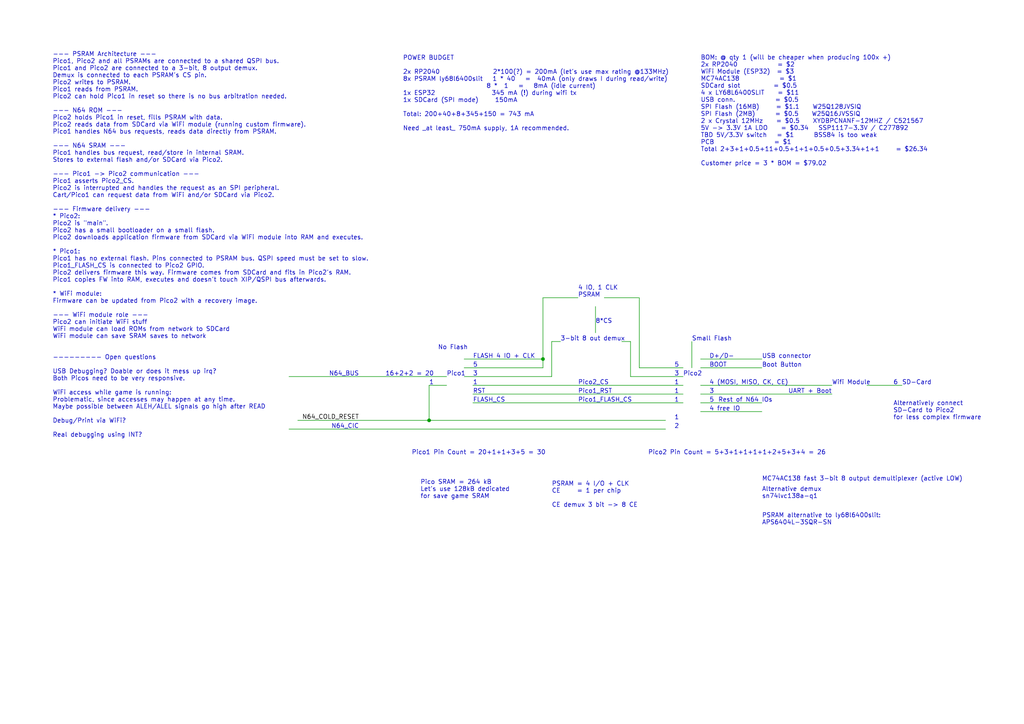
<source format=kicad_sch>
(kicad_sch (version 20211123) (generator eeschema)
  (paper "A4")
  (lib_symbols
    (symbol "Connector:Micro_SD_Card_Det" (pin_names (offset 1.016))
      (property "Reference" "J" (at -16.51 17.78 0))
      (property "Value" "Micro_SD_Card_Det" (at 16.51 17.78 0))
      (symbol "Micro_SD_Card_Det_0_1"
        (rectangle (start -7.62 -6.985) (end -5.08 -8.255) (fill (type outline)))
        (rectangle (start -7.62 -4.445) (end -5.08 -5.715) (fill (type outline)))
        (rectangle (start -7.62 -1.905) (end -5.08 -3.175) (fill (type outline)))
        (rectangle (start -7.62 0.635) (end -5.08 -0.635) (fill (type outline)))
        (rectangle (start -7.62 3.175) (end -5.08 1.905) (fill (type outline)))
        (rectangle (start -7.62 5.715) (end -5.08 4.445) (fill (type outline)))
        (rectangle (start -7.62 8.255) (end -5.08 6.985) (fill (type outline)))
        (rectangle (start -7.62 10.795) (end -5.08 9.525) (fill (type outline)))
        (polyline (pts (xy 16.51 15.24) (xy 16.51 16.51) (xy -19.05 16.51) (xy -19.05 -16.51) (xy 16.51 -16.51) (xy 16.51 -8.89)) (stroke (width 0.254)))
        (polyline (pts (xy -8.89 -8.89) (xy -8.89 11.43) (xy -1.27 11.43) (xy 2.54 15.24) (xy 3.81 15.24) (xy 3.81 13.97) (xy 6.35 13.97) (xy 7.62 15.24) (xy 20.32 15.24) (xy 20.32 -8.89) (xy -8.89 -8.89)) (stroke (width 0.254)) (fill (type background)))
      )
      (symbol "Micro_SD_Card_Det_1_1"
        (pin bidirectional line (at -22.86 10.16 0) (length 3.81) (name "DAT2") (number "1"))
        (pin passive line (at -22.86 -10.16 0) (length 3.81) (name "DET_A") (number "10"))
        (pin passive line (at 20.32 -12.7 180) (length 3.81) (name "SHIELD") (number "11"))
        (pin bidirectional line (at -22.86 7.62 0) (length 3.81) (name "DAT3/CD") (number "2"))
        (pin input line (at -22.86 5.08 0) (length 3.81) (name "CMD") (number "3"))
        (pin power_in line (at -22.86 2.54 0) (length 3.81) (name "VDD") (number "4"))
        (pin input line (at -22.86 0 0) (length 3.81) (name "CLK") (number "5"))
        (pin power_in line (at -22.86 -2.54 0) (length 3.81) (name "VSS") (number "6"))
        (pin bidirectional line (at -22.86 -5.08 0) (length 3.81) (name "DAT0") (number "7"))
        (pin bidirectional line (at -22.86 -7.62 0) (length 3.81) (name "DAT1") (number "8"))
        (pin passive line (at -22.86 -12.7 0) (length 3.81) (name "DET_B") (number "9"))
      )
    )
    (symbol "Connector_Generic:Conn_01x05" (pin_names (offset 1.016) hide)
      (property "Reference" "J" (at 0 7.62 0))
      (property "Value" "Conn_01x05" (at 0 -7.62 0))
      (symbol "Conn_01x05_1_1"
        (rectangle (start -1.27 -4.953) (end 0 -5.207) (stroke (width 0.1524)))
        (rectangle (start -1.27 -2.413) (end 0 -2.667) (stroke (width 0.1524)))
        (rectangle (start -1.27 0.127) (end 0 -0.127) (stroke (width 0.1524)))
        (rectangle (start -1.27 2.667) (end 0 2.413) (stroke (width 0.1524)))
        (rectangle (start -1.27 5.207) (end 0 4.953) (stroke (width 0.1524)))
        (rectangle (start -1.27 6.35) (end 1.27 -6.35) (stroke (width 0.254)) (fill (type background)))
        (pin passive line (at -5.08 5.08 0) (length 3.81) (name "Pin_1") (number "1"))
        (pin passive line (at -5.08 2.54 0) (length 3.81) (name "Pin_2") (number "2"))
        (pin passive line (at -5.08 0 0) (length 3.81) (name "Pin_3") (number "3"))
        (pin passive line (at -5.08 -2.54 0) (length 3.81) (name "Pin_4") (number "4"))
        (pin passive line (at -5.08 -5.08 0) (length 3.81) (name "Pin_5") (number "5"))
      )
    )
    (symbol "Connector_Generic:Conn_02x06_Odd_Even" (pin_names (offset 1.016) hide)
      (property "Reference" "J" (at 1.27 7.62 0))
      (property "Value" "Conn_02x06_Odd_Even" (at 1.27 -10.16 0))
      (symbol "Conn_02x06_Odd_Even_1_1"
        (rectangle (start -1.27 -7.493) (end 0 -7.747) (stroke (width 0.1524)))
        (rectangle (start -1.27 -4.953) (end 0 -5.207) (stroke (width 0.1524)))
        (rectangle (start -1.27 -2.413) (end 0 -2.667) (stroke (width 0.1524)))
        (rectangle (start -1.27 0.127) (end 0 -0.127) (stroke (width 0.1524)))
        (rectangle (start -1.27 2.667) (end 0 2.413) (stroke (width 0.1524)))
        (rectangle (start -1.27 5.207) (end 0 4.953) (stroke (width 0.1524)))
        (rectangle (start -1.27 6.35) (end 3.81 -8.89) (stroke (width 0.254)) (fill (type background)))
        (rectangle (start 3.81 -7.493) (end 2.54 -7.747) (stroke (width 0.1524)))
        (rectangle (start 3.81 -4.953) (end 2.54 -5.207) (stroke (width 0.1524)))
        (rectangle (start 3.81 -2.413) (end 2.54 -2.667) (stroke (width 0.1524)))
        (rectangle (start 3.81 0.127) (end 2.54 -0.127) (stroke (width 0.1524)))
        (rectangle (start 3.81 2.667) (end 2.54 2.413) (stroke (width 0.1524)))
        (rectangle (start 3.81 5.207) (end 2.54 4.953) (stroke (width 0.1524)))
        (pin passive line (at -5.08 5.08 0) (length 3.81) (name "Pin_1") (number "1"))
        (pin passive line (at 7.62 -5.08 180) (length 3.81) (name "Pin_10") (number "10"))
        (pin passive line (at -5.08 -7.62 0) (length 3.81) (name "Pin_11") (number "11"))
        (pin passive line (at 7.62 -7.62 180) (length 3.81) (name "Pin_12") (number "12"))
        (pin passive line (at 7.62 5.08 180) (length 3.81) (name "Pin_2") (number "2"))
        (pin passive line (at -5.08 2.54 0) (length 3.81) (name "Pin_3") (number "3"))
        (pin passive line (at 7.62 2.54 180) (length 3.81) (name "Pin_4") (number "4"))
        (pin passive line (at -5.08 0 0) (length 3.81) (name "Pin_5") (number "5"))
        (pin passive line (at 7.62 0 180) (length 3.81) (name "Pin_6") (number "6"))
        (pin passive line (at -5.08 -2.54 0) (length 3.81) (name "Pin_7") (number "7"))
        (pin passive line (at 7.62 -2.54 180) (length 3.81) (name "Pin_8") (number "8"))
        (pin passive line (at -5.08 -5.08 0) (length 3.81) (name "Pin_9") (number "9"))
      )
    )
    (symbol "Jumper:SolderJumper_2_Open" (pin_names (offset 0) hide)
      (property "Reference" "JP" (at 0 2.032 0))
      (property "Value" "SolderJumper_2_Open" (at 0 -2.54 0))
      (symbol "SolderJumper_2_Open_0_1"
        (arc (start -0.254 1.016) (mid -1.27 0) (end -0.254 -1.016))
        (arc (start -0.254 1.016) (mid -1.27 0) (end -0.254 -1.016) (fill (type outline)))
        (polyline (pts (xy -0.254 1.016) (xy -0.254 -1.016)))
        (polyline (pts (xy 0.254 1.016) (xy 0.254 -1.016)))
        (arc (start 0.254 -1.016) (mid 1.27 0) (end 0.254 1.016))
        (arc (start 0.254 -1.016) (mid 1.27 0) (end 0.254 1.016) (fill (type outline)))
      )
      (symbol "SolderJumper_2_Open_1_1"
        (pin passive line (at -3.81 0 0) (length 2.54) (name "A") (number "1"))
        (pin passive line (at 3.81 0 180) (length 2.54) (name "B") (number "2"))
      )
    )
    (symbol "RP2040_Stamp:RP2040_Stamp"
      (property "Reference" "U" (at 10.16 43.18 0))
      (property "Value" "RP2040_Stamp" (at 0 -38.1 0))
      (symbol "RP2040_Stamp_0_0"
        (text "IN" (at -4.445 39.37 0) (effects (font (size 1.27 1.27)) (justify left)))
        (text "OUT" (at -4.445 36.83 0) (effects (font (size 1.27 1.27)) (justify left)))
        (pin bidirectional line (at 12.7 39.37 180) (length 2.54) (name "GPIO0") (number "1"))
        (pin bidirectional line (at 12.7 16.51 180) (length 2.54) (name "GPIO9") (number "10"))
        (pin bidirectional line (at 12.7 13.97 180) (length 2.54) (name "GPIO10") (number "11"))
        (pin bidirectional line (at 12.7 11.43 180) (length 2.54) (name "GPIO11") (number "12"))
        (pin bidirectional line (at 12.7 8.89 180) (length 2.54) (name "GPIO12") (number "13"))
        (pin bidirectional line (at 12.7 6.35 180) (length 2.54) (name "GPIO13") (number "14"))
        (pin bidirectional line (at 12.7 3.81 180) (length 2.54) (name "GPIO14") (number "15"))
        (pin bidirectional line (at 12.7 1.27 180) (length 2.54) (name "GPIO15") (number "16"))
        (pin bidirectional line (at 12.7 -1.27 180) (length 2.54) (name "GPIO16") (number "17"))
        (pin bidirectional line (at 12.7 -3.81 180) (length 2.54) (name "GPIO17") (number "18"))
        (pin bidirectional line (at 12.7 -6.35 180) (length 2.54) (name "GPIO18") (number "19"))
        (pin bidirectional line (at 12.7 36.83 180) (length 2.54) (name "GPIO1") (number "2"))
        (pin bidirectional line (at 12.7 -8.89 180) (length 2.54) (name "GPIO19") (number "20"))
        (pin bidirectional line (at 12.7 -11.43 180) (length 2.54) (name "GPIO20") (number "21"))
        (pin bidirectional line (at 12.7 -13.97 180) (length 2.54) (name "GPIO21") (number "22"))
        (pin bidirectional line (at 12.7 -16.51 180) (length 2.54) (name "GPIO22") (number "23"))
        (pin bidirectional line (at 12.7 -19.05 180) (length 2.54) (name "GPIO23") (number "24"))
        (pin bidirectional line (at 12.7 -21.59 180) (length 2.54) (name "GPIO24") (number "25"))
        (pin bidirectional line (at 12.7 -24.13 180) (length 2.54) (name "GPIO25") (number "26"))
        (pin bidirectional line (at 12.7 -26.67 180) (length 2.54) (name "GPIO26") (number "27"))
        (pin bidirectional line (at 12.7 -29.21 180) (length 2.54) (name "GPIO27") (number "28"))
        (pin bidirectional line (at 12.7 -31.75 180) (length 2.54) (name "GPIO28") (number "29"))
        (pin bidirectional line (at 12.7 34.29 180) (length 2.54) (name "GPIO2") (number "3"))
        (pin bidirectional line (at 12.7 -34.29 180) (length 2.54) (name "GPIO29") (number "30"))
        (pin power_in line (at -12.7 -34.29 0) (length 2.54) (name "GND") (number "31"))
        (pin power_in line (at -12.7 34.29 0) (length 2.54) (name "VBAT") (number "32"))
        (pin power_in line (at -12.7 39.37 0) (length 2.54) (name "5V") (number "33"))
        (pin power_out line (at -12.7 36.83 0) (length 2.54) (name "3.3V") (number "34"))
        (pin bidirectional line (at -12.7 19.05 0) (length 2.54) (name "USB_D-") (number "35"))
        (pin bidirectional line (at -12.7 16.51 0) (length 2.54) (name "USB_D+") (number "36"))
        (pin bidirectional line (at -12.7 11.43 0) (length 2.54) (name "SWDIO") (number "37"))
        (pin input line (at -12.7 8.89 0) (length 2.54) (name "SWCLK") (number "38"))
        (pin bidirectional line (at -12.7 24.13 0) (length 2.54) (name "~{RESET}") (number "39"))
        (pin bidirectional line (at 12.7 31.75 180) (length 2.54) (name "GPIO3") (number "4"))
        (pin input line (at -12.7 29.21 0) (length 2.54) (name "BOOTSEL") (number "40"))
        (pin bidirectional line (at 12.7 29.21 180) (length 2.54) (name "GPIO4") (number "5"))
        (pin bidirectional line (at 12.7 26.67 180) (length 2.54) (name "GPIO5") (number "6"))
        (pin bidirectional line (at 12.7 24.13 180) (length 2.54) (name "GPIO6") (number "7"))
        (pin bidirectional line (at 12.7 21.59 180) (length 2.54) (name "GPIO7") (number "8"))
        (pin bidirectional line (at 12.7 19.05 180) (length 2.54) (name "GPIO8") (number "9"))
      )
      (symbol "RP2040_Stamp_0_1"
        (rectangle (start -10.16 41.91) (end 10.16 -36.83) (stroke (width 0.1524)) (fill (type background)))
      )
    )
    (symbol "Switch:SW_Push" (pin_numbers hide) (pin_names (offset 1.016) hide)
      (property "Reference" "SW" (at 1.27 2.54 0))
      (property "Value" "SW_Push" (at 0 -1.524 0))
      (symbol "SW_Push_0_1"
        (circle (center -2.032 0) (radius 0.508))
        (polyline (pts (xy 0 1.27) (xy 0 3.048)))
        (polyline (pts (xy 2.54 1.27) (xy -2.54 1.27)))
        (circle (center 2.032 0) (radius 0.508))
        (pin passive line (at -5.08 0 0) (length 2.54) (name "1") (number "1"))
        (pin passive line (at 5.08 0 180) (length 2.54) (name "2") (number "2"))
      )
    )
    (symbol "n64-cartridge:N64-Cartridge" (pin_names (offset 1.016))
      (property "Reference" "U?" (at -0.635 38.1 0))
      (property "Value" "N64-Cartridge" (at -0.635 34.29 0))
      (symbol "N64-Cartridge_0_1"
        (rectangle (start -17.78 33.02) (end 17.78 -33.02) (fill (type background)))
      )
      (symbol "N64-Cartridge_1_1"
        (pin passive line (at -25.4 30.48 0) (length 7.62) (name "GND") (number "1"))
        (pin passive line (at -25.4 7.62 0) (length 7.62) (name "READ") (number "10"))
        (pin passive line (at -25.4 5.08 0) (length 7.62) (name "AD11") (number "11"))
        (pin passive line (at -25.4 2.54 0) (length 7.62) (name "AD10") (number "12"))
        (pin passive line (at -25.4 0 0) (length 7.62) (name "12V") (number "13"))
        (pin passive line (at -25.4 -2.54 0) (length 7.62) (name "12V_EXP") (number "14"))
        (pin passive line (at -25.4 -5.08 0) (length 7.62) (name "AD9") (number "15"))
        (pin passive line (at -25.4 -7.62 0) (length 7.62) (name "AD8") (number "16"))
        (pin passive line (at -25.4 -10.16 0) (length 7.62) (name "VCC") (number "17"))
        (pin passive line (at -25.4 -12.7 0) (length 7.62) (name "u3_15") (number "18"))
        (pin passive line (at -25.4 -15.24 0) (length 7.62) (name "1.6mHz") (number "19"))
        (pin passive line (at -25.4 27.94 0) (length 7.62) (name "GND") (number "2"))
        (pin passive line (at -25.4 -17.78 0) (length 7.62) (name "COLD_RESET") (number "20"))
        (pin passive line (at -25.4 -20.32 0) (length 7.62) (name "S_DAT") (number "21"))
        (pin passive line (at -25.4 -22.86 0) (length 7.62) (name "GND") (number "22"))
        (pin passive line (at -25.4 -25.4 0) (length 7.62) (name "GND") (number "23"))
        (pin passive line (at -25.4 -27.94 0) (length 7.62) (name "LAUDIO") (number "24"))
        (pin passive line (at -25.4 -30.48 0) (length 7.62) (name "GND") (number "25"))
        (pin passive line (at 25.4 30.48 180) (length 7.62) (name "GND") (number "26"))
        (pin passive line (at 25.4 27.94 180) (length 7.62) (name "GND") (number "27"))
        (pin passive line (at 25.4 25.4 180) (length 7.62) (name "AD0") (number "28"))
        (pin passive line (at 25.4 22.86 180) (length 7.62) (name "AD1") (number "29"))
        (pin passive line (at -25.4 25.4 0) (length 7.62) (name "AD15") (number "3"))
        (pin passive line (at 25.4 20.32 180) (length 7.62) (name "AD2") (number "30"))
        (pin passive line (at 25.4 17.78 180) (length 7.62) (name "GND") (number "31"))
        (pin passive line (at 25.4 15.24 180) (length 7.62) (name "AD3") (number "32"))
        (pin passive line (at 25.4 12.7 180) (length 7.62) (name "aleL") (number "33"))
        (pin passive line (at 25.4 10.16 180) (length 7.62) (name "VCC") (number "34"))
        (pin passive line (at 25.4 7.62 180) (length 7.62) (name "aleH") (number "35"))
        (pin passive line (at 25.4 5.08 180) (length 7.62) (name "AD4") (number "36"))
        (pin passive line (at 25.4 2.54 180) (length 7.62) (name "AD5") (number "37"))
        (pin passive line (at 25.4 0 180) (length 7.62) (name "12V_EXP") (number "38"))
        (pin passive line (at 25.4 -2.54 180) (length 7.62) (name "12V") (number "39"))
        (pin passive line (at -25.4 22.86 0) (length 7.62) (name "AD14") (number "4"))
        (pin passive line (at 25.4 -5.08 180) (length 7.62) (name "AD6") (number "40"))
        (pin passive line (at 25.4 -7.62 180) (length 7.62) (name "AD7") (number "41"))
        (pin passive line (at 25.4 -10.16 180) (length 7.62) (name "VCC") (number "42"))
        (pin passive line (at 25.4 -12.7 180) (length 7.62) (name "u3_14") (number "43"))
        (pin passive line (at 25.4 -15.24 180) (length 7.62) (name "NC") (number "44"))
        (pin passive line (at 25.4 -17.78 180) (length 7.62) (name "os_event_cart") (number "45"))
        (pin passive line (at 25.4 -20.32 180) (length 7.62) (name "NC") (number "46"))
        (pin passive line (at 25.4 -22.86 180) (length 7.62) (name "GND") (number "47"))
        (pin passive line (at 25.4 -25.4 180) (length 7.62) (name "GND") (number "48"))
        (pin passive line (at 25.4 -27.94 180) (length 7.62) (name "RAUDIO") (number "49"))
        (pin passive line (at -25.4 20.32 0) (length 7.62) (name "AD13") (number "5"))
        (pin passive line (at 25.4 -30.48 180) (length 7.62) (name "GND") (number "50"))
        (pin passive line (at -25.4 17.78 0) (length 7.62) (name "GND") (number "6"))
        (pin passive line (at -25.4 15.24 0) (length 7.62) (name "AD12") (number "7"))
        (pin passive line (at -25.4 12.7 0) (length 7.62) (name "WRITE") (number "8"))
        (pin passive line (at -25.4 10.16 0) (length 7.62) (name "VCC") (number "9"))
      )
    )
    (symbol "power:+3V3" (power) (pin_names (offset 0))
      (property "Value" "+3V3" (at 0 3.556 0))
      (symbol "+3V3_0_1"
        (polyline (pts (xy -0.762 1.27) (xy 0 2.54)))
        (polyline (pts (xy 0 0) (xy 0 2.54)))
        (polyline (pts (xy 0 2.54) (xy 0.762 1.27)))
      )
      (symbol "+3V3_1_1"
        (pin power_in line (at 0 0 90) (length 0) hide (name "+3V3") (number "1"))
      )
    )
    (symbol "power:GND" (power) (pin_names (offset 0))
      (property "Value" "GND" (at 0 -3.81 0))
      (symbol "GND_0_1"
        (polyline (pts (xy 0 0) (xy 0 -1.27) (xy 1.27 -1.27) (xy 0 -2.54) (xy -1.27 -1.27) (xy 0 -1.27)))
      )
      (symbol "GND_1_1"
        (pin power_in line (at 0 0 270) (length 0) hide (name "GND") (number "1"))
      )
    )
    (symbol "power:VBUS" (power) (pin_names (offset 0))
      (property "Value" "VBUS" (at 0 3.81 0))
      (symbol "VBUS_0_1"
        (polyline (pts (xy -0.762 1.27) (xy 0 2.54)))
        (polyline (pts (xy 0 0) (xy 0 2.54)))
        (polyline (pts (xy 0 2.54) (xy 0.762 1.27)))
      )
      (symbol "VBUS_1_1"
        (pin power_in line (at 0 0 90) (length 0) hide (name "VBUS") (number "1"))
      )
    )
  )
  (junction (at 157.48 104.14))
  (junction (at 124.46 121.92))
  (no_connect (at 434.34 66.04))
  (no_connect (at 485.14 66.04))
  (no_connect (at 403.86 137.16))
  (no_connect (at 434.34 63.5))
  (no_connect (at 335.28 38.1))
  (no_connect (at 485.14 83.82))
  (no_connect (at 485.14 63.5))
  (no_connect (at 485.14 91.44))
  (no_connect (at 434.34 91.44))
  (polyline (pts (xy 383.54 30.48) (xy 383.54 86.36)))
  (wire (pts (xy 251.46 111.76) (xy 261.62 111.76)))
  (wire (pts (xy 360.68 91.44) (xy 382.27 91.44)))
  (wire (pts (xy 360.68 48.26) (xy 365.76 48.26)))
  (wire (pts (xy 441.96 147.32) (xy 447.04 147.32)))
  (wire (pts (xy 182.88 109.22) (xy 182.88 99.06)))
  (wire (pts (xy 349.25 139.7) (xy 349.25 144.78)))
  (wire (pts (xy 485.14 93.98) (xy 495.3 93.98)))
  (wire (pts (xy 429.26 76.2) (xy 434.34 76.2)))
  (wire (pts (xy 424.18 45.72) (xy 434.34 45.72)))
  (wire (pts (xy 429.26 40.64) (xy 434.34 40.64)))
  (wire (pts (xy 429.26 53.34) (xy 434.34 53.34)))
  (wire (pts (xy 389.89 99.06) (xy 396.24 99.06)))
  (wire (pts (xy 485.14 88.9) (xy 495.3 88.9)))
  (wire (pts (xy 360.68 71.12) (xy 365.76 71.12)))
  (wire (pts (xy 330.2 53.34) (xy 335.28 53.34)))
  (wire (pts (xy 441.96 129.54) (xy 447.04 129.54)))
  (wire (pts (xy 424.18 93.98) (xy 434.34 93.98)))
  (wire (pts (xy 360.68 78.74) (xy 365.76 78.74)))
  (wire (pts (xy 360.68 83.82) (xy 365.76 83.82)))
  (wire (pts (xy 429.26 71.12) (xy 434.34 71.12)))
  (wire (pts (xy 441.96 142.24) (xy 447.04 142.24)))
  (wire (pts (xy 429.26 50.8) (xy 434.34 50.8)))
  (wire (pts (xy 381 129.54) (xy 386.08 129.54)))
  (wire (pts (xy 330.2 55.88) (xy 335.28 55.88)))
  (wire (pts (xy 485.14 71.12) (xy 490.22 71.12)))
  (wire (pts (xy 134.62 104.14) (xy 157.48 104.14)))
  (wire (pts (xy 360.68 76.2) (xy 365.76 76.2)))
  (wire (pts (xy 124.46 121.92) (xy 124.46 111.76)))
  (wire (pts (xy 485.14 40.64) (xy 490.22 40.64)))
  (wire (pts (xy 134.62 109.22) (xy 160.02 109.22)))
  (wire (pts (xy 360.68 73.66) (xy 365.76 73.66)))
  (wire (pts (xy 360.68 53.34) (xy 365.76 53.34)))
  (wire (pts (xy 485.14 38.1) (xy 490.22 38.1)))
  (wire (pts (xy 360.68 38.1) (xy 365.76 38.1)))
  (wire (pts (xy 429.26 60.96) (xy 434.34 60.96)))
  (wire (pts (xy 424.18 86.36) (xy 434.34 86.36)))
  (wire (pts (xy 360.68 40.64) (xy 365.76 40.64)))
  (wire (pts (xy 200.66 99.06) (xy 200.66 106.68)))
  (wire (pts (xy 485.14 58.42) (xy 490.22 58.42)))
  (wire (pts (xy 424.18 35.56) (xy 434.34 35.56)))
  (wire (pts (xy 429.26 83.82) (xy 434.34 83.82)))
  (wire (pts (xy 360.68 60.96) (xy 365.76 60.96)))
  (wire (pts (xy 360.68 66.04) (xy 365.76 66.04)))
  (wire (pts (xy 124.46 121.92) (xy 193.04 121.92)))
  (wire (pts (xy 485.14 43.18) (xy 490.22 43.18)))
  (wire (pts (xy 381 132.08) (xy 386.08 132.08)))
  (wire (pts (xy 330.2 106.68) (xy 335.28 106.68)))
  (wire (pts (xy 398.78 134.62) (xy 403.86 134.62)))
  (wire (pts (xy 485.14 60.96) (xy 490.22 60.96)))
  (polyline (pts (xy 368.3 30.48) (xy 381 30.48)))
  (wire (pts (xy 381 137.16) (xy 386.08 137.16)))
  (wire (pts (xy 124.46 111.76) (xy 129.54 111.76)))
  (wire (pts (xy 389.89 96.52) (xy 396.24 96.52)))
  (wire (pts (xy 485.14 73.66) (xy 490.22 73.66)))
  (wire (pts (xy 429.26 139.7) (xy 447.04 139.7)))
  (wire (pts (xy 330.2 27.94) (xy 330.2 33.02)))
  (wire (pts (xy 360.68 63.5) (xy 365.76 63.5)))
  (wire (pts (xy 485.14 35.56) (xy 495.3 35.56)))
  (wire (pts (xy 360.68 68.58) (xy 365.76 68.58)))
  (wire (pts (xy 198.12 106.68) (xy 185.42 106.68)))
  (polyline (pts (xy 368.3 86.36) (xy 383.54 86.36)))
  (wire (pts (xy 429.26 55.88) (xy 434.34 55.88)))
  (wire (pts (xy 198.12 109.22) (xy 182.88 109.22)))
  (wire (pts (xy 203.2 114.3) (xy 241.3 114.3)))
  (wire (pts (xy 441.96 127) (xy 447.04 127)))
  (polyline (pts (xy 414.02 83.82) (xy 414.02 101.6)))
  (wire (pts (xy 360.68 86.36) (xy 365.76 86.36)))
  (wire (pts (xy 137.16 116.84) (xy 198.12 116.84)))
  (wire (pts (xy 360.68 106.68) (xy 365.76 106.68)))
  (wire (pts (xy 203.2 116.84) (xy 220.98 116.84)))
  (wire (pts (xy 360.68 101.6) (xy 365.76 101.6)))
  (wire (pts (xy 203.2 104.14) (xy 220.98 104.14)))
  (polyline (pts (xy 414.02 101.6) (xy 393.7 101.6)))
  (wire (pts (xy 381 142.24) (xy 386.08 142.24)))
  (wire (pts (xy 185.42 106.68) (xy 185.42 86.36)))
  (wire (pts (xy 485.14 53.34) (xy 490.22 53.34)))
  (wire (pts (xy 360.68 43.18) (xy 365.76 43.18)))
  (wire (pts (xy 495.3 149.86) (xy 490.22 149.86)))
  (wire (pts (xy 137.16 114.3) (xy 198.12 114.3)))
  (wire (pts (xy 360.68 58.42) (xy 365.76 58.42)))
  (wire (pts (xy 360.68 35.56) (xy 365.76 35.56)))
  (wire (pts (xy 157.48 86.36) (xy 167.64 86.36)))
  (wire (pts (xy 398.78 132.08) (xy 403.86 132.08)))
  (wire (pts (xy 429.26 38.1) (xy 434.34 38.1)))
  (wire (pts (xy 360.68 33.02) (xy 365.76 33.02)))
  (wire (pts (xy 157.48 86.36) (xy 157.48 104.14)))
  (wire (pts (xy 344.17 137.16) (xy 349.25 137.16)))
  (wire (pts (xy 360.68 99.06) (xy 382.27 99.06)))
  (wire (pts (xy 330.2 111.76) (xy 330.2 106.68)))
  (wire (pts (xy 344.17 134.62) (xy 349.25 134.62)))
  (polyline (pts (xy 381 30.48) (xy 383.54 30.48)))
  (wire (pts (xy 160.02 99.06) (xy 162.56 99.06)))
  (wire (pts (xy 485.14 78.74) (xy 490.22 78.74)))
  (wire (pts (xy 203.2 106.68) (xy 220.98 106.68)))
  (wire (pts (xy 485.14 55.88) (xy 490.22 55.88)))
  (wire (pts (xy 203.2 119.38) (xy 220.98 119.38)))
  (wire (pts (xy 330.2 60.96) (xy 335.28 60.96)))
  (wire (pts (xy 137.16 111.76) (xy 198.12 111.76)))
  (wire (pts (xy 360.68 104.14) (xy 365.76 104.14)))
  (wire (pts (xy 360.68 88.9) (xy 365.76 88.9)))
  (wire (pts (xy 441.96 149.86) (xy 447.04 149.86)))
  (wire (pts (xy 429.26 43.18) (xy 434.34 43.18)))
  (wire (pts (xy 360.68 45.72) (xy 365.76 45.72)))
  (wire (pts (xy 360.68 93.98) (xy 382.27 93.98)))
  (wire (pts (xy 424.18 33.02) (xy 434.34 33.02)))
  (wire (pts (xy 424.18 88.9) (xy 434.34 88.9)))
  (wire (pts (xy 398.78 129.54) (xy 403.86 129.54)))
  (wire (pts (xy 429.26 48.26) (xy 434.34 48.26)))
  (wire (pts (xy 441.96 149.86) (xy 441.96 154.94)))
  (polyline (pts (xy 393.7 83.82) (xy 414.02 83.82)))
  (wire (pts (xy 157.48 104.14) (xy 157.48 106.68)))
  (wire (pts (xy 307.34 48.26) (xy 307.34 43.18)))
  (wire (pts (xy 495.3 154.94) (xy 495.3 149.86)))
  (wire (pts (xy 485.14 33.02) (xy 495.3 33.02)))
  (wire (pts (xy 344.17 132.08) (xy 349.25 132.08)))
  (wire (pts (xy 485.14 68.58) (xy 490.22 68.58)))
  (wire (pts (xy 344.17 129.54) (xy 349.25 129.54)))
  (wire (pts (xy 485.14 86.36) (xy 495.3 86.36)))
  (wire (pts (xy 398.78 139.7) (xy 403.86 139.7)))
  (wire (pts (xy 441.96 144.78) (xy 447.04 144.78)))
  (wire (pts (xy 203.2 111.76) (xy 241.3 111.76)))
  (wire (pts (xy 389.89 93.98) (xy 396.24 93.98)))
  (wire (pts (xy 160.02 109.22) (xy 160.02 99.06)))
  (wire (pts (xy 83.82 124.46) (xy 193.04 124.46)))
  (wire (pts (xy 398.78 137.16) (xy 403.86 137.16)))
  (wire (pts (xy 360.68 96.52) (xy 382.27 96.52)))
  (wire (pts (xy 360.68 81.28) (xy 365.76 81.28)))
  (wire (pts (xy 180.34 99.06) (xy 182.88 99.06)))
  (wire (pts (xy 322.58 43.18) (xy 335.28 43.18)))
  (wire (pts (xy 307.34 43.18) (xy 312.42 43.18)))
  (wire (pts (xy 429.26 81.28) (xy 434.34 81.28)))
  (wire (pts (xy 330.2 33.02) (xy 335.28 33.02)))
  (wire (pts (xy 429.26 78.74) (xy 434.34 78.74)))
  (wire (pts (xy 398.78 142.24) (xy 403.86 142.24)))
  (wire (pts (xy 429.26 68.58) (xy 434.34 68.58)))
  (wire (pts (xy 322.58 27.94) (xy 322.58 35.56)))
  (wire (pts (xy 360.68 50.8) (xy 365.76 50.8)))
  (wire (pts (xy 485.14 81.28) (xy 490.22 81.28)))
  (wire (pts (xy 134.62 106.68) (xy 157.48 106.68)))
  (wire (pts (xy 330.2 63.5) (xy 335.28 63.5)))
  (polyline (pts (xy 393.7 83.82) (xy 393.7 101.6)))
  (wire (pts (xy 322.58 35.56) (xy 335.28 35.56)))
  (wire (pts (xy 485.14 48.26) (xy 490.22 48.26)))
  (wire (pts (xy 485.14 45.72) (xy 495.3 45.72)))
  (wire (pts (xy 429.26 73.66) (xy 434.34 73.66)))
  (wire (pts (xy 83.82 109.22) (xy 129.54 109.22)))
  (wire (pts (xy 381 134.62) (xy 386.08 134.62)))
  (wire (pts (xy 175.26 86.36) (xy 185.42 86.36)))
  (wire (pts (xy 441.96 137.16) (xy 447.04 137.16)))
  (wire (pts (xy 330.2 48.26) (xy 335.28 48.26)))
  (wire (pts (xy 429.26 134.62) (xy 447.04 134.62)))
  (wire (pts (xy 381 139.7) (xy 386.08 139.7)))
  (wire (pts (xy 349.25 127) (xy 349.25 129.54)))
  (wire (pts (xy 360.68 55.88) (xy 365.76 55.88)))
  (wire (pts (xy 172.72 88.9) (xy 172.72 96.52)))
  (wire (pts (xy 485.14 50.8) (xy 490.22 50.8)))
  (wire (pts (xy 441.96 132.08) (xy 447.04 132.08)))
  (wire (pts (xy 429.26 58.42) (xy 434.34 58.42)))
  (wire (pts (xy 485.14 76.2) (xy 490.22 76.2)))
  (wire (pts (xy 389.89 91.44) (xy 396.24 91.44)))
  (wire (pts (xy 344.17 139.7) (xy 349.25 139.7)))
  (wire (pts (xy 86.36 121.92) (xy 124.46 121.92)))
  (text "1" (at 195.58 116.84 0) (effects (font (size 1.27 1.27)) (justify left bottom)))
  (text "PSRAM alternative to ly68l6400slit:\nAPS6404L-3SQR-SN" (at 220.98 152.4 0) (effects (font (size 1.27 1.27)) (justify left bottom)))
  (text "3" (at 137.16 109.22 0) (effects (font (size 1.27 1.27)) (justify left bottom)))
  (text "5" (at 137.16 106.68 0) (effects (font (size 1.27 1.27)) (justify left bottom)))
  (text "Pico1_RST" (at 167.64 114.3 0) (effects (font (size 1.27 1.27)) (justify left bottom)))
  (text "UART + Boot" (at 228.6 114.3 0) (effects (font (size 1.27 1.27)) (justify left bottom)))
  (text "1" (at 195.58 111.76 0) (effects (font (size 1.27 1.27)) (justify left bottom)))
  (text "N64_BUS" (at 104.14 109.22 180) (effects (font (size 1.27 1.27)) (justify right bottom)))
  (text "Pico2_CS" (at 167.64 111.76 0) (effects (font (size 1.27 1.27)) (justify left bottom)))
  (text "No Flash" (at 127 101.6 0) (effects (font (size 1.27 1.27)) (justify left bottom)))
  (text "FLASH_CS" (at 137.16 116.84 0) (effects (font (size 1.27 1.27)) (justify left bottom)))
  (text "4 IO, 1 CLK\nPSRAM \n" (at 167.64 86.36 0) (effects (font (size 1.27 1.27)) (justify left bottom)))
  (text "FLASH 4 IO + CLK" (at 137.16 104.14 0) (effects (font (size 1.27 1.27)) (justify left bottom)))
  (text "BOOT" (at 205.74 106.68 0) (effects (font (size 1.27 1.27)) (justify left bottom)))
  (text "Boot Button" (at 220.98 106.68 0) (effects (font (size 1.27 1.27)) (justify left bottom)))
  (text "Absolute minimum" (at 368.3 30.48 0) (effects (font (size 1.27 1.27)) (justify left bottom)))
  (text "1" (at 195.58 114.3 0) (effects (font (size 1.27 1.27)) (justify left bottom)))
  (text "1" (at 195.58 121.92 0) (effects (font (size 1.27 1.27)) (justify left bottom)))
  (text "3" (at 195.58 109.22 0) (effects (font (size 1.27 1.27)) (justify left bottom)))
  (text "Pico2" (at 198.12 109.22 0) (effects (font (size 1.27 1.27)) (justify left bottom)))
  (text "5" (at 195.58 106.68 0) (effects (font (size 1.27 1.27)) (justify left bottom)))
  (text "Not enough I/Os\nto handle these" (at 396.24 88.9 0) (effects (font (size 1.27 1.27)) (justify left bottom)))
  (text "3" (at 205.74 114.3 0) (effects (font (size 1.27 1.27)) (justify left bottom)))
  (text "Alternative demux\nsn74lvc138a-q1" (at 220.98 144.78 0) (effects (font (size 1.27 1.27)) (justify left bottom)))
  (text "--- PSRAM Architecture ---\nPico1, Pico2 and all PSRAMs are connected to a shared QSPI bus.\nPico1 and Pico2 are connected to a 3-bit, 8 output demux.\nDemux is connected to each PSRAM's CS pin.\nPico2 writes to PSRAM.\nPico1 reads from PSRAM.\nPico2 can hold Pico1 in reset so there is no bus arbitration needed.\n\n--- N64 ROM ---\nPico2 holds Pico1 in reset, fills PSRAM with data.\nPico2 reads data from SDCard via WiFi module (running custom firmware).\nPico1 handles N64 bus requests, reads data directly from PSRAM.\n\n--- N64 SRAM ---\nPico1 handles bus request, read/store in internal SRAM.\nStores to external flash and/or SDCard via Pico2.\n\n--- Pico1 -> Pico2 communication ---\nPico1 asserts Pico2_CS.\nPico2 is interrupted and handles the request as an SPI peripheral.\nCart/Pico1 can request data from WiFi and/or SDCard via Pico2.\n\n--- Firmware delivery ---\n* Pico2:\nPico2 is \"main\".\nPico2 has a small bootloader on a small flash.\nPico2 downloads application firmware from SDCard via WiFi module into RAM and executes.\n\n* Pico1:\nPico1 has no external flash. Pins connected to PSRAM bus. QSPI speed must be set to slow.\nPico1_FLASH_CS is connected to Pico2 GPIO.\nPico2 delivers firmware this way. Firmware comes from SDCard and fits in Pico2's RAM.\nPico1 copies FW into RAM, executes and doesn't touch XIP/QSPI bus afterwards.\n\n* WiFi module:\nFirmware can be updated from Pico2 with a recovery image.\n\n--- WiFi module role ---\nPico2 can initiate WiFi stuff\nWiFi module can load ROMs from network to SDCard\nWiFi module can save SRAM saves to network\n\n\n--------- Open questions\n\nUSB Debugging? Doable or does it mess up irq?\nBoth Picos need to be very responsive.\n\nWiFi access while game is running:\nProblematic, since accesses may happen at any time.\nMaybe possible between ALEH/ALEL signals go high after READ\n\nDebug/Print via WiFi?\n\nReal debugging using INT?" (at 15.24 127 0) (effects (font (size 1.27 1.27)) (justify left bottom)))
  (text "Pico1 Pin Count = 20+1+1+3+5 = 30" (at 119.38 132.08 0) (effects (font (size 1.27 1.27)) (justify left bottom)))
  (text "Wifi Module" (at 241.3 111.76 0) (effects (font (size 1.27 1.27)) (justify left bottom)))
  (text "Rest of N64 IOs" (at 208.28 116.84 0) (effects (font (size 1.27 1.27)) (justify left bottom)))
  (text "4 (MOSI, MISO, CK, CE)" (at 205.74 111.76 0) (effects (font (size 1.27 1.27)) (justify left bottom)))
  (text "RST" (at 137.16 114.3 0) (effects (font (size 1.27 1.27)) (justify left bottom)))
  (text "MC74AC138 fast 3-bit 8 output demultiplexer (active LOW)" (at 220.98 139.7 0) (effects (font (size 1.27 1.27)) (justify left bottom)))
  (text "BOM: @ qty 1 (will be cheaper when producing 100x +)\n2x RP2040            = $2\nWiFi Module (ESP32)  = $3\nMC74AC138            = $1\nSDCard slot          = $0.5\n4 x LY68L6400SLIT    = $11\nUSB conn.            = $0.5\nSPI Flash (16MB)     = $1.1    W25Q128JVSIQ\nSPI Flash (2MB)      = $0.5    W25Q16JVSSIQ\n2 x Crystal 12MHz    = $0.5    XYDBPCNANF-12MHZ / C521567\n5V -> 3.3V 1A LDO    = $0.34   SSP1117-3.3V / C277892\nTBD 5V/3.3V switch   = $1      BSS84 is too weak\nPCB                  = $1\nTotal 2+3+1+0.5+11+0.5+1+1+0.5+0.5+3.34+1+1     = $26.34\n\nCustomer price = 3 * BOM = $79.02" (at 203.2 48.26 0) (effects (font (size 1.27 1.27)) (justify left bottom)))
  (text "Alternatively connect\nSD-Card to Pico2\nfor less complex firmware" (at 259.08 121.92 0) (effects (font (size 1.27 1.27)) (justify left bottom)))
  (text "SD-Card" (at 261.62 111.76 0) (effects (font (size 1.27 1.27)) (justify left bottom)))
  (text "POWER BUDGET\n\n2x RP2040                2*100(?) = 200mA (let's use max rating @133MHz)\n8x PSRAM ly68l6400slit   1 * 40   =  40mA (only draws I during read/write)\n                         8 *  1   =   8mA (idle current)\n1x ESP32                 345 mA (!) during wifi tx\n1x SDCard (SPI mode)     150mA \n\nTotal: 200+40+8+345+150 = 743 mA\n\nNeed _at least_ 750mA supply, 1A recommended." (at 116.84 38.1 0) (effects (font (size 1.27 1.27)) (justify left bottom)))
  (text "4 free IO" (at 205.74 119.38 0) (effects (font (size 1.27 1.27)) (justify left bottom)))
  (text "Pico1_FLASH_CS" (at 167.64 116.84 0) (effects (font (size 1.27 1.27)) (justify left bottom)))
  (text "8*CS" (at 172.72 93.98 0) (effects (font (size 1.27 1.27)) (justify left bottom)))
  (text "6" (at 259.08 111.76 0) (effects (font (size 1.27 1.27)) (justify left bottom)))
  (text "2" (at 195.58 124.46 0) (effects (font (size 1.27 1.27)) (justify left bottom)))
  (text "USB connector" (at 220.98 104.14 0) (effects (font (size 1.27 1.27)) (justify left bottom)))
  (text "3-bit 8 out demux" (at 162.56 99.06 0) (effects (font (size 1.27 1.27)) (justify left bottom)))
  (text "5" (at 205.74 116.84 0) (effects (font (size 1.27 1.27)) (justify left bottom)))
  (text "Pin 44 is important! Interrupt pin" (at 508 78.74 0) (effects (font (size 1.27 1.27)) (justify left bottom)))
  (text "Pico SRAM = 264 kB\nLet's use 128kB dedicated\nfor save game SRAM" (at 121.92 144.78 0) (effects (font (size 1.27 1.27)) (justify left bottom)))
  (text "Small Flash" (at 200.66 99.06 0) (effects (font (size 1.27 1.27)) (justify left bottom)))
  (text "PSRAM = 4 I/O + CLK\nCE     = 1 per chip\n\nCE demux 3 bit -> 8 CE" (at 160.02 147.32 0) (effects (font (size 1.27 1.27)) (justify left bottom)))
  (text "Pico2 Pin Count = 5+3+1+1+1+1+2+5+3+4 = 26" (at 187.96 132.08 0) (effects (font (size 1.27 1.27)) (justify left bottom)))
  (text "1" (at 124.46 111.76 0) (effects (font (size 1.27 1.27)) (justify left bottom)))
  (text "N64_CIC" (at 104.14 124.46 180) (effects (font (size 1.27 1.27)) (justify right bottom)))
  (text "D+/D-" (at 205.74 104.14 0) (effects (font (size 1.27 1.27)) (justify left bottom)))
  (text "1" (at 137.16 111.76 0) (effects (font (size 1.27 1.27)) (justify left bottom)))
  (text "Pico1" (at 129.54 109.22 0) (effects (font (size 1.27 1.27)) (justify left bottom)))
  (text "16+2+2 = 20" (at 111.76 109.22 0) (effects (font (size 1.27 1.27)) (justify left bottom)))
  (label "N64_CIC_DIO" (at 429.26 76.2 180))
  (label "N64_SI_CLK" (at 429.26 78.74 180))
  (label "PMOD_2_SIO0" (at 365.76 101.6 0))
  (label "RP_SWDCLK" (at 349.25 134.62 0))
  (label "AD8" (at 365.76 53.34 0))
  (label "N64_VCC" (at 429.26 53.34 180))
  (label "N64_NMI" (at 396.24 104.14 0))
  (label "AD4" (at 365.76 43.18 0))
  (label "~{WRITE}" (at 429.26 50.8 180))
  (label "AD1" (at 365.76 35.56 0))
  (label "PMOD_8_CS1" (at 403.86 137.16 0))
  (label "PMOD_5_SIO2" (at 403.86 129.54 0))
  (label "AD1" (at 490.22 40.64 0))
  (label "PMOD_6_SIO3" (at 365.76 93.98 0))
  (label "RP_SWDCLK" (at 330.2 63.5 180))
  (label "AD11" (at 429.26 58.42 180))
  (label "~{WRITE}" (at 365.76 78.74 0))
  (label "AD15" (at 365.76 71.12 0))
  (label "N64_VCC" (at 429.26 73.66 180))
  (label "AD12" (at 365.76 63.5 0))
  (label "AD11" (at 365.76 60.96 0))
  (label "N64_VCC" (at 490.22 53.34 0))
  (label "AD10" (at 365.76 58.42 0))
  (label "N64_NMI" (at 490.22 81.28 0))
  (label "PMOD_6_SIO3" (at 403.86 132.08 0))
  (label "N64_CIC_DCLK" (at 365.76 83.82 0))
  (label "PMOD_4_SCLK" (at 381 137.16 180))
  (label "PMOD_1_SS" (at 365.76 96.52 0))
  (label "AD3" (at 490.22 48.26 0))
  (label "PMOD_4_SCLK" (at 365.76 99.06 0))
  (label "N64_S_DAT" (at 429.26 83.82 180))
  (label "AD14" (at 365.76 68.58 0))
  (label "AD3" (at 365.76 40.64 0))
  (label "AD9" (at 429.26 68.58 180))
  (label "N64_CIC_DIO" (at 365.76 86.36 0))
  (label "AD7" (at 490.22 71.12 0))
  (label "AD2" (at 365.76 38.1 0))
  (label "N64_S_DAT" (at 396.24 91.44 0))
  (label "AD13" (at 365.76 66.04 0))
  (label "N64_INT" (at 490.22 78.74 0))
  (label "N64_SI_CLK" (at 396.24 93.98 0))
  (label "PMOD_1_SS" (at 441.96 132.08 180))
  (label "PMOD_7_CS0" (at 441.96 147.32 180))
  (label "PMOD_6_SIO3" (at 441.96 129.54 180))
  (label "PMOD_2_SIO0" (at 441.96 142.24 180))
  (label "N64_CIC_DCLK" (at 490.22 76.2 0))
  (label "AD15" (at 429.26 38.1 180))
  (label "PMOD_5_SIO2" (at 365.76 91.44 0))
  (label "PMOD_7_CS0" (at 365.76 106.68 0))
  (label "AD0" (at 490.22 38.1 0))
  (label "PMOD_3_SIO1" (at 441.96 144.78 180))
  (label "N64_COLD_RESET" (at 365.76 88.9 0))
  (label "~{RP_RESET}" (at 330.2 48.26 180))
  (label "PMOD_3_SIO1" (at 365.76 104.14 0))
  (label "~{READ}" (at 365.76 81.28 0))
  (label "AD5" (at 490.22 60.96 0))
  (label "PMOD_5_SIO2" (at 441.96 127 180))
  (label "ALEH" (at 490.22 55.88 0))
  (label "AD4" (at 490.22 58.42 0))
  (label "AD13" (at 429.26 43.18 180))
  (label "AD7" (at 365.76 50.8 0))
  (label "USB_D-" (at 330.2 53.34 180))
  (label "USB_D+" (at 330.2 55.88 180))
  (label "N64_EEP_SDAT" (at 396.24 96.52 0))
  (label "AD8" (at 429.26 71.12 180))
  (label "N64_COLD_RESET" (at 104.14 121.92 180))
  (label "AD2" (at 490.22 43.18 0))
  (label "AD12" (at 429.26 48.26 180))
  (label "N64_VCC" (at 490.22 73.66 0))
  (label "AD9" (at 365.76 55.88 0))
  (label "AD6" (at 365.76 48.26 0))
  (label "PMOD_7_CS0" (at 403.86 134.62 0))
  (label "RP_SWDIO" (at 349.25 137.16 0))
  (label "ALEH" (at 365.76 76.2 0))
  (label "~{READ}" (at 429.26 55.88 180))
  (label "AD5" (at 365.76 45.72 0))
  (label "PMOD_4_SCLK" (at 441.96 137.16 180))
  (label "ALEL" (at 490.22 50.8 0))
  (label "AD14" (at 429.26 40.64 180))
  (label "N64_COLD_RESET" (at 429.26 81.28 180))
  (label "~{RP_RESET}" (at 349.25 132.08 0))
  (label "N64_INT" (at 396.24 99.06 0))
  (label "PMOD_1_SS" (at 381 129.54 180))
  (label "AD6" (at 490.22 68.58 0))
  (label "RP_SWDIO" (at 330.2 60.96 180))
  (label "PMOD_3_SIO1" (at 381 134.62 180))
  (label "ALEL" (at 365.76 73.66 0))
  (label "AD0" (at 365.76 33.02 0))
  (label "PMOD_2_SIO0" (at 381 132.08 180))
  (label "AD10" (at 429.26 60.96 180))
  (symbol (lib_id "power:GND") (at 349.25 144.78 0) (unit 1)
    (property "Reference" "#PWR?" (effects hide))
  )
  (symbol (lib_id "power:GND") (at 307.34 48.26 0) (unit 1)
    (property "Reference" "#PWR?" (effects hide))
  )
  (symbol (lib_id "power:GND") (at 495.3 45.72 90) (unit 1)
    (property "Reference" "#PWR?" (effects hide))
  )
  (symbol (lib_id "power:GND") (at 424.18 35.56 270) (unit 1)
    (property "Reference" "#PWR?" (effects hide))
  )
  (symbol (lib_id "Jumper:SolderJumper_2_Open") (at 386.08 99.06 0) (unit 1)
    (property "Reference" "JP?" (at 391.16 97.79 0))
  )
  (symbol (lib_id "power:GND") (at 495.3 33.02 90) (unit 1)
    (property "Reference" "#PWR?" (effects hide))
  )
  (symbol (lib_id "power:+3V3") (at 403.86 142.24 270) (unit 1)
    (property "Reference" "#PWR?" (effects hide))
  )
  (symbol (lib_id "power:GND") (at 403.86 139.7 90) (unit 1)
    (property "Reference" "#PWR?" (effects hide))
  )
  (symbol (lib_id "power:GND") (at 424.18 93.98 270) (unit 1)
    (property "Reference" "#PWR?" (effects hide))
  )
  (symbol (lib_id "power:+3V3") (at 349.25 127 0) (unit 1)
    (property "Reference" "#PWR?" (effects hide))
  )
  (symbol (lib_id "power:GND") (at 424.18 86.36 270) (unit 1)
    (property "Reference" "#PWR?" (effects hide))
  )
  (symbol (lib_id "power:GND") (at 495.3 86.36 90) (unit 1)
    (property "Reference" "#PWR?" (effects hide))
  )
  (symbol (lib_id "power:GND") (at 429.26 139.7 270) (unit 1)
    (property "Reference" "#PWR?" (effects hide))
  )
  (symbol (lib_id "Switch:SW_Push") (at 317.5 43.18 0) (unit 1)
    (property "Reference" "SW?" (at 317.5 35.56 0))
  )
  (symbol (lib_id "power:GND") (at 424.18 88.9 270) (unit 1)
    (property "Reference" "#PWR?" (effects hide))
  )
  (symbol (lib_id "power:GND") (at 495.3 154.94 0) (unit 1)
    (property "Reference" "#PWR?" (effects hide))
  )
  (symbol (lib_id "power:GND") (at 424.18 45.72 270) (unit 1)
    (property "Reference" "#PWR?" (effects hide))
  )
  (symbol (lib_id "power:GND") (at 424.18 33.02 270) (unit 1)
    (property "Reference" "#PWR?" (effects hide))
  )
  (symbol (lib_id "n64-cartridge:N64-Cartridge") (at 459.74 63.5 0) (unit 1)
    (property "Reference" "U?" (at 459.105 25.4 0) (effects (font (size 1.524 1.524))))
  )
  (symbol (lib_id "power:+3V3") (at 429.26 134.62 90) (unit 1)
    (property "Reference" "#PWR?" (effects hide))
  )
  (symbol (lib_id "Connector_Generic:Conn_02x06_Odd_Even") (at 391.16 137.16 0) (mirror x) (unit 1)
    (property "Reference" "J?" (at 392.43 123.19 0))
  )
  (symbol (lib_id "power:VBUS") (at 330.2 27.94 0) (unit 1)
    (property "Reference" "#PWR?" (effects hide))
  )
  (symbol (lib_id "Connector:Micro_SD_Card_Det") (at 469.9 137.16 0) (unit 1)
    (property "Reference" "J?" (at 470.535 115.57 0))
    (property "Datasheet" "https://www.hirose.com/product/en/download_file/key_name/DM3/category/Catalog/doc_file_id/49662/?file_category_id=4&item_id=195&is_series=1" (effects hide))
  )
  (symbol (lib_id "Jumper:SolderJumper_2_Open") (at 386.08 96.52 0) (unit 1)
    (property "Reference" "JP?" (at 391.16 95.25 0))
  )
  (symbol (lib_id "power:GND") (at 381 139.7 270) (unit 1)
    (property "Reference" "#PWR?" (effects hide))
  )
  (symbol (lib_id "power:GND") (at 441.96 154.94 0) (unit 1)
    (property "Reference" "#PWR?" (effects hide))
  )
  (symbol (lib_id "power:+3V3") (at 381 142.24 90) (unit 1)
    (property "Reference" "#PWR?" (effects hide))
  )
  (symbol (lib_id "RP2040_Stamp:RP2040_Stamp") (at 347.98 72.39 0) (unit 1)
    (property "Reference" "U?" (at 347.98 25.4 0))
  )
  (symbol (lib_id "Jumper:SolderJumper_2_Open") (at 386.08 93.98 0) (unit 1)
    (property "Reference" "JP?" (at 391.16 92.71 0))
  )
  (symbol (lib_id "Connector_Generic:Conn_01x05") (at 339.09 134.62 0) (mirror y) (unit 1)
    (property "Reference" "J?" (at 339.09 123.19 0))
  )
  (symbol (lib_id "power:GND") (at 495.3 35.56 90) (unit 1)
    (property "Reference" "#PWR?" (effects hide))
  )
  (symbol (lib_id "power:GND") (at 495.3 88.9 90) (unit 1)
    (property "Reference" "#PWR?" (effects hide))
  )
  (symbol (lib_id "power:GND") (at 330.2 111.76 0) (unit 1)
    (property "Reference" "#PWR?" (effects hide))
  )
  (symbol (lib_id "power:+3V3") (at 322.58 27.94 0) (unit 1)
    (property "Reference" "#PWR?" (effects hide))
  )
  (symbol (lib_id "Jumper:SolderJumper_2_Open") (at 386.08 91.44 0) (unit 1)
    (property "Reference" "JP?" (at 391.16 90.17 0))
  )
  (symbol (lib_id "power:GND") (at 495.3 93.98 90) (unit 1)
    (property "Reference" "#PWR?" (effects hide))
  )
)
</source>
